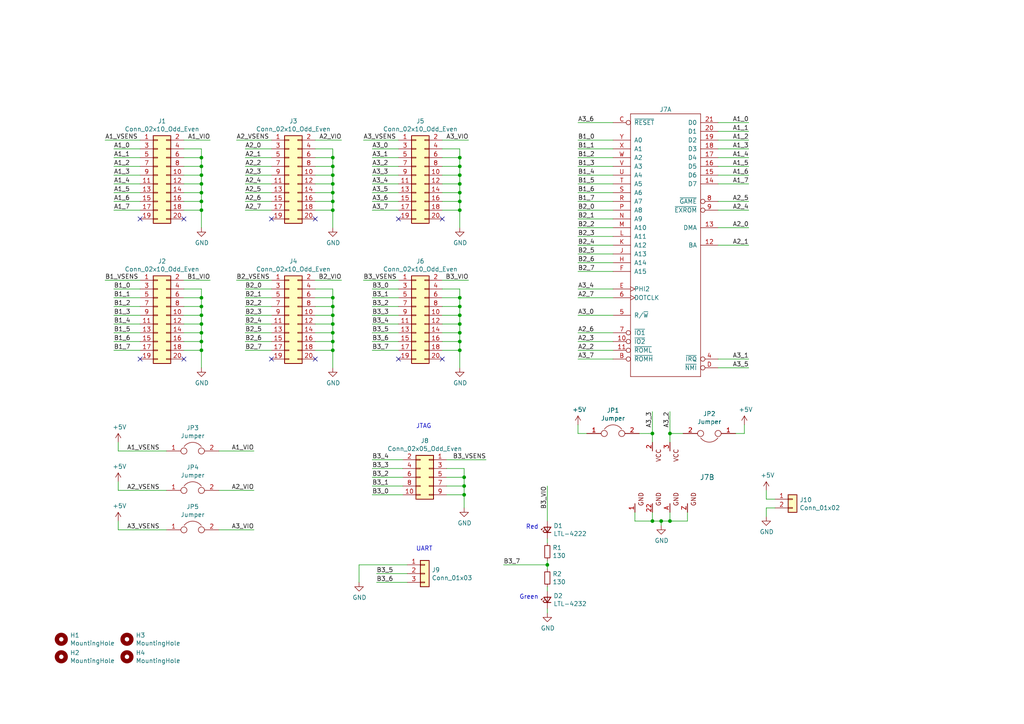
<source format=kicad_sch>
(kicad_sch (version 20211123) (generator eeschema)
  (paper "A4")
  (lib_symbols
    (symbol "CartridgeBreakout-rescue:EXPANSION_PORT_C64_EDGE-RETRO_Innovations" (pin_names (offset 1.016))
      (property "Reference" "X" (at 0 0 0))
      (symbol "EXPANSION_PORT_C64_EDGE-RETRO_Innovations_1_0"
        (polyline (pts (xy -10.16 -43.18) (xy 10.16 -43.18)))
        (polyline (pts (xy -10.16 33.02) (xy -10.16 -43.18)))
        (polyline (pts (xy 10.16 -43.18) (xy 10.16 33.02)))
        (polyline (pts (xy 10.16 33.02) (xy -10.16 33.02)))
        (pin output inverted (at -15.24 -33.02 0) (length 5.08) (name "~{IO2}") (number "10"))
        (pin output inverted (at -15.24 -35.56 0) (length 5.08) (name "~{ROML}") (number "11"))
        (pin bidirectional line (at 15.24 -5.08 180) (length 5.08) (name "BA") (number "12"))
        (pin bidirectional line (at 15.24 0 180) (length 5.08) (name "DMA") (number "13"))
        (pin bidirectional line (at 15.24 12.7 180) (length 5.08) (name "D7") (number "14"))
        (pin bidirectional line (at 15.24 15.24 180) (length 5.08) (name "D6") (number "15"))
        (pin bidirectional line (at 15.24 17.78 180) (length 5.08) (name "D5") (number "16"))
        (pin bidirectional line (at 15.24 20.32 180) (length 5.08) (name "D4") (number "17"))
        (pin bidirectional line (at 15.24 22.86 180) (length 5.08) (name "D3") (number "18"))
        (pin bidirectional line (at 15.24 25.4 180) (length 5.08) (name "D2") (number "19"))
        (pin bidirectional line (at 15.24 27.94 180) (length 5.08) (name "D1") (number "20"))
        (pin bidirectional line (at 15.24 30.48 180) (length 5.08) (name "D0") (number "21"))
        (pin open_collector inverted (at 15.24 -38.1 180) (length 5.08) (name "~{IRQ}") (number "4"))
        (pin bidirectional line (at -15.24 -25.4 0) (length 5.08) (name "R/~{W}") (number "5"))
        (pin output clock (at -15.24 -20.32 0) (length 5.08) (name "DOTCLK") (number "6"))
        (pin output inverted (at -15.24 -30.48 0) (length 5.08) (name "~{IO1}") (number "7"))
        (pin input inverted (at 15.24 7.62 180) (length 5.08) (name "~{GAME}") (number "8"))
        (pin input inverted (at 15.24 5.08 180) (length 5.08) (name "~{EXROM}") (number "9"))
        (pin output inverted (at -15.24 -38.1 0) (length 5.08) (name "~{ROMH}") (number "B"))
        (pin open_collector inverted (at -15.24 30.48 0) (length 5.08) (name "~{RESET}") (number "C"))
        (pin open_collector inverted (at 15.24 -40.64 180) (length 5.08) (name "~{NMI}") (number "D"))
        (pin output clock (at -15.24 -17.78 0) (length 5.08) (name "PHI2") (number "E"))
        (pin bidirectional line (at -15.24 -12.7 0) (length 5.08) (name "A15") (number "F"))
        (pin bidirectional line (at -15.24 -10.16 0) (length 5.08) (name "A14") (number "H"))
        (pin bidirectional line (at -15.24 -7.62 0) (length 5.08) (name "A13") (number "J"))
        (pin bidirectional line (at -15.24 -5.08 0) (length 5.08) (name "A12") (number "K"))
        (pin bidirectional line (at -15.24 -2.54 0) (length 5.08) (name "A11") (number "L"))
        (pin bidirectional line (at -15.24 0 0) (length 5.08) (name "A10") (number "M"))
        (pin bidirectional line (at -15.24 2.54 0) (length 5.08) (name "A9") (number "N"))
        (pin bidirectional line (at -15.24 5.08 0) (length 5.08) (name "A8") (number "P"))
        (pin bidirectional line (at -15.24 7.62 0) (length 5.08) (name "A7") (number "R"))
        (pin bidirectional line (at -15.24 10.16 0) (length 5.08) (name "A6") (number "S"))
        (pin bidirectional line (at -15.24 12.7 0) (length 5.08) (name "A5") (number "T"))
        (pin bidirectional line (at -15.24 15.24 0) (length 5.08) (name "A4") (number "U"))
        (pin bidirectional line (at -15.24 17.78 0) (length 5.08) (name "A3") (number "V"))
        (pin bidirectional line (at -15.24 20.32 0) (length 5.08) (name "A2") (number "W"))
        (pin bidirectional line (at -15.24 22.86 0) (length 5.08) (name "A1") (number "X"))
        (pin bidirectional line (at -15.24 25.4 0) (length 5.08) (name "A0") (number "Y"))
      )
      (symbol "EXPANSION_PORT_C64_EDGE-RETRO_Innovations_2_0"
        (text "GND" (at -5.08 -6.35 900) (effects (font (size 1.2954 1.2954)) (justify bottom)))
        (text "GND" (at 0 -6.35 900) (effects (font (size 1.2954 1.2954)) (justify bottom)))
        (text "GND" (at 5.08 -6.35 900) (effects (font (size 1.2954 1.2954)) (justify bottom)))
        (text "GND" (at 10.16 -6.35 900) (effects (font (size 1.2954 1.2954)) (justify bottom)))
        (text "VCC" (at 0 6.35 900) (effects (font (size 1.2954 1.2954)) (justify bottom)))
        (text "VCC" (at 5.08 6.35 900) (effects (font (size 1.2954 1.2954)) (justify bottom)))
        (pin power_in line (at -7.62 -10.16 90) (length 2.54) (name "GND") (number "1"))
        (pin power_in line (at -2.54 10.16 270) (length 2.54) (name "VCC") (number "2"))
        (pin power_in line (at -2.54 -10.16 90) (length 2.54) (name "GND@1") (number "22"))
        (pin power_in line (at 2.54 10.16 270) (length 2.54) (name "VCC@1") (number "3"))
        (pin power_in line (at 2.54 -10.16 90) (length 2.54) (name "GND@2") (number "A"))
        (pin power_in line (at 7.62 -10.16 90) (length 2.54) (name "GND@3") (number "Z"))
      )
    )
    (symbol "Connector_Generic:Conn_01x02" (pin_names (offset 1.016) hide)
      (property "Reference" "J" (at 0 2.54 0))
      (property "Value" "Conn_01x02" (at 0 -5.08 0))
      (symbol "Conn_01x02_1_1"
        (rectangle (start -1.27 -2.413) (end 0 -2.667) (stroke (width 0.1524)))
        (rectangle (start -1.27 0.127) (end 0 -0.127) (stroke (width 0.1524)))
        (rectangle (start -1.27 1.27) (end 1.27 -3.81) (stroke (width 0.254)) (fill (type background)))
        (pin passive line (at -5.08 0 0) (length 3.81) (name "Pin_1") (number "1"))
        (pin passive line (at -5.08 -2.54 0) (length 3.81) (name "Pin_2") (number "2"))
      )
    )
    (symbol "Connector_Generic:Conn_01x03" (pin_names (offset 1.016) hide)
      (property "Reference" "J" (at 0 5.08 0))
      (property "Value" "Conn_01x03" (at 0 -5.08 0))
      (symbol "Conn_01x03_1_1"
        (rectangle (start -1.27 -2.413) (end 0 -2.667) (stroke (width 0.1524)))
        (rectangle (start -1.27 0.127) (end 0 -0.127) (stroke (width 0.1524)))
        (rectangle (start -1.27 2.667) (end 0 2.413) (stroke (width 0.1524)))
        (rectangle (start -1.27 3.81) (end 1.27 -3.81) (stroke (width 0.254)) (fill (type background)))
        (pin passive line (at -5.08 2.54 0) (length 3.81) (name "Pin_1") (number "1"))
        (pin passive line (at -5.08 0 0) (length 3.81) (name "Pin_2") (number "2"))
        (pin passive line (at -5.08 -2.54 0) (length 3.81) (name "Pin_3") (number "3"))
      )
    )
    (symbol "Connector_Generic:Conn_02x05_Odd_Even" (pin_names (offset 1.016) hide)
      (property "Reference" "J" (at 1.27 7.62 0))
      (property "Value" "Conn_02x05_Odd_Even" (at 1.27 -7.62 0))
      (symbol "Conn_02x05_Odd_Even_1_1"
        (rectangle (start -1.27 -4.953) (end 0 -5.207) (stroke (width 0.1524)))
        (rectangle (start -1.27 -2.413) (end 0 -2.667) (stroke (width 0.1524)))
        (rectangle (start -1.27 0.127) (end 0 -0.127) (stroke (width 0.1524)))
        (rectangle (start -1.27 2.667) (end 0 2.413) (stroke (width 0.1524)))
        (rectangle (start -1.27 5.207) (end 0 4.953) (stroke (width 0.1524)))
        (rectangle (start -1.27 6.35) (end 3.81 -6.35) (stroke (width 0.254)) (fill (type background)))
        (rectangle (start 3.81 -4.953) (end 2.54 -5.207) (stroke (width 0.1524)))
        (rectangle (start 3.81 -2.413) (end 2.54 -2.667) (stroke (width 0.1524)))
        (rectangle (start 3.81 0.127) (end 2.54 -0.127) (stroke (width 0.1524)))
        (rectangle (start 3.81 2.667) (end 2.54 2.413) (stroke (width 0.1524)))
        (rectangle (start 3.81 5.207) (end 2.54 4.953) (stroke (width 0.1524)))
        (pin passive line (at -5.08 5.08 0) (length 3.81) (name "Pin_1") (number "1"))
        (pin passive line (at 7.62 -5.08 180) (length 3.81) (name "Pin_10") (number "10"))
        (pin passive line (at 7.62 5.08 180) (length 3.81) (name "Pin_2") (number "2"))
        (pin passive line (at -5.08 2.54 0) (length 3.81) (name "Pin_3") (number "3"))
        (pin passive line (at 7.62 2.54 180) (length 3.81) (name "Pin_4") (number "4"))
        (pin passive line (at -5.08 0 0) (length 3.81) (name "Pin_5") (number "5"))
        (pin passive line (at 7.62 0 180) (length 3.81) (name "Pin_6") (number "6"))
        (pin passive line (at -5.08 -2.54 0) (length 3.81) (name "Pin_7") (number "7"))
        (pin passive line (at 7.62 -2.54 180) (length 3.81) (name "Pin_8") (number "8"))
        (pin passive line (at -5.08 -5.08 0) (length 3.81) (name "Pin_9") (number "9"))
      )
    )
    (symbol "Connector_Generic:Conn_02x10_Odd_Even" (pin_names (offset 1.016) hide)
      (property "Reference" "J" (at 1.27 12.7 0))
      (property "Value" "Conn_02x10_Odd_Even" (at 1.27 -15.24 0))
      (symbol "Conn_02x10_Odd_Even_1_1"
        (rectangle (start -1.27 -12.573) (end 0 -12.827) (stroke (width 0.1524)))
        (rectangle (start -1.27 -10.033) (end 0 -10.287) (stroke (width 0.1524)))
        (rectangle (start -1.27 -7.493) (end 0 -7.747) (stroke (width 0.1524)))
        (rectangle (start -1.27 -4.953) (end 0 -5.207) (stroke (width 0.1524)))
        (rectangle (start -1.27 -2.413) (end 0 -2.667) (stroke (width 0.1524)))
        (rectangle (start -1.27 0.127) (end 0 -0.127) (stroke (width 0.1524)))
        (rectangle (start -1.27 2.667) (end 0 2.413) (stroke (width 0.1524)))
        (rectangle (start -1.27 5.207) (end 0 4.953) (stroke (width 0.1524)))
        (rectangle (start -1.27 7.747) (end 0 7.493) (stroke (width 0.1524)))
        (rectangle (start -1.27 10.287) (end 0 10.033) (stroke (width 0.1524)))
        (rectangle (start -1.27 11.43) (end 3.81 -13.97) (stroke (width 0.254)) (fill (type background)))
        (rectangle (start 3.81 -12.573) (end 2.54 -12.827) (stroke (width 0.1524)))
        (rectangle (start 3.81 -10.033) (end 2.54 -10.287) (stroke (width 0.1524)))
        (rectangle (start 3.81 -7.493) (end 2.54 -7.747) (stroke (width 0.1524)))
        (rectangle (start 3.81 -4.953) (end 2.54 -5.207) (stroke (width 0.1524)))
        (rectangle (start 3.81 -2.413) (end 2.54 -2.667) (stroke (width 0.1524)))
        (rectangle (start 3.81 0.127) (end 2.54 -0.127) (stroke (width 0.1524)))
        (rectangle (start 3.81 2.667) (end 2.54 2.413) (stroke (width 0.1524)))
        (rectangle (start 3.81 5.207) (end 2.54 4.953) (stroke (width 0.1524)))
        (rectangle (start 3.81 7.747) (end 2.54 7.493) (stroke (width 0.1524)))
        (rectangle (start 3.81 10.287) (end 2.54 10.033) (stroke (width 0.1524)))
        (pin passive line (at -5.08 10.16 0) (length 3.81) (name "Pin_1") (number "1"))
        (pin passive line (at 7.62 0 180) (length 3.81) (name "Pin_10") (number "10"))
        (pin passive line (at -5.08 -2.54 0) (length 3.81) (name "Pin_11") (number "11"))
        (pin passive line (at 7.62 -2.54 180) (length 3.81) (name "Pin_12") (number "12"))
        (pin passive line (at -5.08 -5.08 0) (length 3.81) (name "Pin_13") (number "13"))
        (pin passive line (at 7.62 -5.08 180) (length 3.81) (name "Pin_14") (number "14"))
        (pin passive line (at -5.08 -7.62 0) (length 3.81) (name "Pin_15") (number "15"))
        (pin passive line (at 7.62 -7.62 180) (length 3.81) (name "Pin_16") (number "16"))
        (pin passive line (at -5.08 -10.16 0) (length 3.81) (name "Pin_17") (number "17"))
        (pin passive line (at 7.62 -10.16 180) (length 3.81) (name "Pin_18") (number "18"))
        (pin passive line (at -5.08 -12.7 0) (length 3.81) (name "Pin_19") (number "19"))
        (pin passive line (at 7.62 10.16 180) (length 3.81) (name "Pin_2") (number "2"))
        (pin passive line (at 7.62 -12.7 180) (length 3.81) (name "Pin_20") (number "20"))
        (pin passive line (at -5.08 7.62 0) (length 3.81) (name "Pin_3") (number "3"))
        (pin passive line (at 7.62 7.62 180) (length 3.81) (name "Pin_4") (number "4"))
        (pin passive line (at -5.08 5.08 0) (length 3.81) (name "Pin_5") (number "5"))
        (pin passive line (at 7.62 5.08 180) (length 3.81) (name "Pin_6") (number "6"))
        (pin passive line (at -5.08 2.54 0) (length 3.81) (name "Pin_7") (number "7"))
        (pin passive line (at 7.62 2.54 180) (length 3.81) (name "Pin_8") (number "8"))
        (pin passive line (at -5.08 0 0) (length 3.81) (name "Pin_9") (number "9"))
      )
    )
    (symbol "Device:Jumper" (pin_names (offset 0.762) hide)
      (property "Reference" "JP" (at 0 3.81 0))
      (property "Value" "Device_Jumper" (at 0 -2.032 0))
      (symbol "Jumper_0_1"
        (circle (center -2.54 0) (radius 0.889))
        (arc (start 2.5146 1.27) (mid 0.0078 2.5097) (end -2.4892 1.27))
        (circle (center 2.54 0) (radius 0.889))
        (pin passive line (at -7.62 0 0) (length 4.191) (name "1") (number "1"))
        (pin passive line (at 7.62 0 180) (length 4.191) (name "2") (number "2"))
      )
    )
    (symbol "Device:LED_Small" (pin_numbers hide) (pin_names (offset 0.254) hide)
      (property "Reference" "D" (at -1.27 3.175 0))
      (property "Value" "LED_Small" (at -4.445 -2.54 0))
      (symbol "LED_Small_0_1"
        (polyline (pts (xy -0.762 -1.016) (xy -0.762 1.016)) (stroke (width 0.254)))
        (polyline (pts (xy 1.016 0) (xy -0.762 0)))
        (polyline (pts (xy 0.762 -1.016) (xy -0.762 0) (xy 0.762 1.016) (xy 0.762 -1.016)) (stroke (width 0.254)))
        (polyline (pts (xy 0 0.762) (xy -0.508 1.27) (xy -0.254 1.27) (xy -0.508 1.27) (xy -0.508 1.016)))
        (polyline (pts (xy 0.508 1.27) (xy 0 1.778) (xy 0.254 1.778) (xy 0 1.778) (xy 0 1.524)))
      )
      (symbol "LED_Small_1_1"
        (pin passive line (at -2.54 0 0) (length 1.778) (name "K") (number "1"))
        (pin passive line (at 2.54 0 180) (length 1.778) (name "A") (number "2"))
      )
    )
    (symbol "Device:R_Small" (pin_numbers hide) (pin_names (offset 0.254) hide)
      (property "Reference" "R" (at 0.762 0.508 0))
      (property "Value" "R_Small" (at 0.762 -1.016 0))
      (symbol "R_Small_0_1"
        (rectangle (start -0.762 1.778) (end 0.762 -1.778) (stroke (width 0.2032)))
      )
      (symbol "R_Small_1_1"
        (pin passive line (at 0 2.54 270) (length 0.762) (name "~") (number "1"))
        (pin passive line (at 0 -2.54 90) (length 0.762) (name "~") (number "2"))
      )
    )
    (symbol "Mechanical:MountingHole" (pin_names (offset 1.016))
      (property "Reference" "H" (at 0 5.08 0))
      (property "Value" "MountingHole" (at 0 3.175 0))
      (symbol "MountingHole_0_1"
        (circle (center 0 0) (radius 1.27) (stroke (width 1.27)))
      )
    )
    (symbol "power:+5V" (power) (pin_names (offset 0))
      (property "Value" "+5V" (at 0 3.556 0))
      (symbol "+5V_0_1"
        (polyline (pts (xy -0.762 1.27) (xy 0 2.54)))
        (polyline (pts (xy 0 0) (xy 0 2.54)))
        (polyline (pts (xy 0 2.54) (xy 0.762 1.27)))
      )
      (symbol "+5V_1_1"
        (pin power_in line (at 0 0 90) (length 0) hide (name "+5V") (number "1"))
      )
    )
    (symbol "power:GND" (power) (pin_names (offset 0))
      (property "Value" "GND" (at 0 -3.81 0))
      (symbol "GND_0_1"
        (polyline (pts (xy 0 0) (xy 0 -1.27) (xy 1.27 -1.27) (xy 0 -2.54) (xy -1.27 -1.27) (xy 0 -1.27)))
      )
      (symbol "GND_1_1"
        (pin power_in line (at 0 0 270) (length 0) hide (name "GND") (number "1"))
      )
    )
  )
  (junction (at 134.62 138.43))
  (junction (at 58.42 91.44))
  (junction (at 133.35 93.98))
  (junction (at 58.42 88.9))
  (junction (at 194.31 151.13))
  (junction (at 96.52 50.8))
  (junction (at 133.35 86.36))
  (junction (at 58.42 45.72))
  (junction (at 133.35 53.34))
  (junction (at 58.42 55.88))
  (junction (at 96.52 96.52))
  (junction (at 58.42 99.06))
  (junction (at 191.77 151.13))
  (junction (at 58.42 48.26))
  (junction (at 96.52 58.42))
  (junction (at 133.35 48.26))
  (junction (at 58.42 50.8))
  (junction (at 96.52 45.72))
  (junction (at 133.35 50.8))
  (junction (at 133.35 45.72))
  (junction (at 133.35 60.96))
  (junction (at 133.35 101.6))
  (junction (at 133.35 55.88))
  (junction (at 58.42 53.34))
  (junction (at 134.62 143.51))
  (junction (at 96.52 99.06))
  (junction (at 133.35 88.9))
  (junction (at 96.52 53.34))
  (junction (at 158.75 163.83))
  (junction (at 96.52 86.36))
  (junction (at 133.35 96.52))
  (junction (at 96.52 101.6))
  (junction (at 134.62 140.97))
  (junction (at 58.42 93.98))
  (junction (at 58.42 60.96))
  (junction (at 194.31 125.73))
  (junction (at 189.23 125.73))
  (junction (at 133.35 99.06))
  (junction (at 189.23 151.13))
  (junction (at 96.52 48.26))
  (junction (at 58.42 96.52))
  (junction (at 96.52 60.96))
  (junction (at 133.35 58.42))
  (junction (at 96.52 55.88))
  (junction (at 58.42 58.42))
  (junction (at 58.42 101.6))
  (junction (at 96.52 88.9))
  (junction (at 58.42 86.36))
  (junction (at 96.52 93.98))
  (junction (at 96.52 91.44))
  (junction (at 133.35 91.44))
  (no_connect (at 53.34 63.5))
  (no_connect (at 128.27 104.14))
  (no_connect (at 78.74 104.14))
  (no_connect (at 115.57 63.5))
  (no_connect (at 91.44 104.14))
  (no_connect (at 128.27 63.5))
  (no_connect (at 40.64 104.14))
  (no_connect (at 115.57 104.14))
  (no_connect (at 40.64 63.5))
  (no_connect (at 53.34 104.14))
  (no_connect (at 78.74 63.5))
  (no_connect (at 91.44 63.5))
  (wire (pts (xy 58.42 45.72) (xy 58.42 48.26)))
  (wire (pts (xy 177.8 45.72) (xy 167.64 45.72)))
  (wire (pts (xy 40.64 81.28) (xy 30.48 81.28)))
  (wire (pts (xy 208.28 66.04) (xy 217.17 66.04)))
  (wire (pts (xy 115.57 96.52) (xy 107.95 96.52)))
  (wire (pts (xy 58.42 93.98) (xy 58.42 96.52)))
  (wire (pts (xy 129.54 135.89) (xy 134.62 135.89)))
  (wire (pts (xy 191.77 151.13) (xy 194.31 151.13)))
  (wire (pts (xy 115.57 53.34) (xy 107.95 53.34)))
  (wire (pts (xy 208.28 35.56) (xy 217.17 35.56)))
  (wire (pts (xy 53.34 48.26) (xy 58.42 48.26)))
  (wire (pts (xy 208.28 71.12) (xy 217.17 71.12)))
  (wire (pts (xy 128.27 88.9) (xy 133.35 88.9)))
  (wire (pts (xy 116.84 135.89) (xy 107.95 135.89)))
  (wire (pts (xy 128.27 99.06) (xy 133.35 99.06)))
  (wire (pts (xy 58.42 60.96) (xy 58.42 66.04)))
  (wire (pts (xy 129.54 143.51) (xy 134.62 143.51)))
  (wire (pts (xy 34.29 139.7) (xy 34.29 142.24)))
  (wire (pts (xy 96.52 101.6) (xy 96.52 106.68)))
  (wire (pts (xy 185.42 125.73) (xy 189.23 125.73)))
  (wire (pts (xy 116.84 138.43) (xy 107.95 138.43)))
  (wire (pts (xy 91.44 50.8) (xy 96.52 50.8)))
  (wire (pts (xy 177.8 53.34) (xy 167.64 53.34)))
  (wire (pts (xy 96.52 93.98) (xy 96.52 96.52)))
  (wire (pts (xy 91.44 58.42) (xy 96.52 58.42)))
  (wire (pts (xy 133.35 101.6) (xy 133.35 106.68)))
  (wire (pts (xy 104.14 163.83) (xy 104.14 168.91)))
  (wire (pts (xy 128.27 93.98) (xy 133.35 93.98)))
  (wire (pts (xy 134.62 135.89) (xy 134.62 138.43)))
  (wire (pts (xy 53.34 101.6) (xy 58.42 101.6)))
  (wire (pts (xy 53.34 91.44) (xy 58.42 91.44)))
  (wire (pts (xy 177.8 55.88) (xy 167.64 55.88)))
  (wire (pts (xy 96.52 86.36) (xy 96.52 88.9)))
  (wire (pts (xy 128.27 48.26) (xy 133.35 48.26)))
  (wire (pts (xy 96.52 50.8) (xy 96.52 53.34)))
  (wire (pts (xy 133.35 58.42) (xy 133.35 60.96)))
  (wire (pts (xy 133.35 53.34) (xy 133.35 55.88)))
  (wire (pts (xy 158.75 163.83) (xy 146.05 163.83)))
  (wire (pts (xy 58.42 83.82) (xy 58.42 86.36)))
  (wire (pts (xy 128.27 43.18) (xy 133.35 43.18)))
  (wire (pts (xy 208.28 45.72) (xy 217.17 45.72)))
  (wire (pts (xy 78.74 43.18) (xy 71.12 43.18)))
  (wire (pts (xy 134.62 140.97) (xy 134.62 143.51)))
  (wire (pts (xy 78.74 91.44) (xy 71.12 91.44)))
  (wire (pts (xy 115.57 55.88) (xy 107.95 55.88)))
  (wire (pts (xy 194.31 148.59) (xy 194.31 151.13)))
  (wire (pts (xy 78.74 101.6) (xy 71.12 101.6)))
  (wire (pts (xy 58.42 53.34) (xy 58.42 55.88)))
  (wire (pts (xy 96.52 58.42) (xy 96.52 60.96)))
  (wire (pts (xy 115.57 40.64) (xy 105.41 40.64)))
  (wire (pts (xy 40.64 60.96) (xy 33.02 60.96)))
  (wire (pts (xy 133.35 93.98) (xy 133.35 96.52)))
  (wire (pts (xy 208.28 58.42) (xy 217.17 58.42)))
  (wire (pts (xy 177.8 96.52) (xy 167.64 96.52)))
  (wire (pts (xy 58.42 91.44) (xy 58.42 93.98)))
  (wire (pts (xy 177.8 101.6) (xy 167.64 101.6)))
  (wire (pts (xy 78.74 53.34) (xy 71.12 53.34)))
  (wire (pts (xy 177.8 40.64) (xy 167.64 40.64)))
  (wire (pts (xy 177.8 50.8) (xy 167.64 50.8)))
  (wire (pts (xy 53.34 43.18) (xy 58.42 43.18)))
  (wire (pts (xy 34.29 128.27) (xy 34.29 130.81)))
  (wire (pts (xy 78.74 99.06) (xy 71.12 99.06)))
  (wire (pts (xy 133.35 55.88) (xy 133.35 58.42)))
  (wire (pts (xy 158.75 151.13) (xy 158.75 140.97)))
  (wire (pts (xy 158.75 170.18) (xy 158.75 171.45)))
  (wire (pts (xy 133.35 88.9) (xy 133.35 91.44)))
  (wire (pts (xy 158.75 176.53) (xy 158.75 177.8)))
  (wire (pts (xy 115.57 50.8) (xy 107.95 50.8)))
  (wire (pts (xy 177.8 58.42) (xy 167.64 58.42)))
  (wire (pts (xy 53.34 81.28) (xy 60.96 81.28)))
  (wire (pts (xy 115.57 58.42) (xy 107.95 58.42)))
  (wire (pts (xy 128.27 50.8) (xy 133.35 50.8)))
  (wire (pts (xy 115.57 43.18) (xy 107.95 43.18)))
  (wire (pts (xy 91.44 96.52) (xy 96.52 96.52)))
  (wire (pts (xy 96.52 55.88) (xy 96.52 58.42)))
  (wire (pts (xy 222.25 149.86) (xy 222.25 147.32)))
  (wire (pts (xy 96.52 45.72) (xy 96.52 48.26)))
  (wire (pts (xy 134.62 138.43) (xy 134.62 140.97)))
  (wire (pts (xy 63.5 130.81) (xy 73.66 130.81)))
  (wire (pts (xy 40.64 58.42) (xy 33.02 58.42)))
  (wire (pts (xy 116.84 143.51) (xy 107.95 143.51)))
  (wire (pts (xy 118.11 163.83) (xy 104.14 163.83)))
  (wire (pts (xy 53.34 93.98) (xy 58.42 93.98)))
  (wire (pts (xy 40.64 53.34) (xy 33.02 53.34)))
  (wire (pts (xy 53.34 55.88) (xy 58.42 55.88)))
  (wire (pts (xy 53.34 40.64) (xy 60.96 40.64)))
  (wire (pts (xy 91.44 83.82) (xy 96.52 83.82)))
  (wire (pts (xy 78.74 55.88) (xy 71.12 55.88)))
  (wire (pts (xy 78.74 40.64) (xy 68.58 40.64)))
  (wire (pts (xy 40.64 83.82) (xy 33.02 83.82)))
  (wire (pts (xy 115.57 48.26) (xy 107.95 48.26)))
  (wire (pts (xy 167.64 125.73) (xy 170.18 125.73)))
  (wire (pts (xy 91.44 55.88) (xy 96.52 55.88)))
  (wire (pts (xy 78.74 45.72) (xy 71.12 45.72)))
  (wire (pts (xy 40.64 93.98) (xy 33.02 93.98)))
  (wire (pts (xy 177.8 71.12) (xy 167.64 71.12)))
  (wire (pts (xy 128.27 55.88) (xy 133.35 55.88)))
  (wire (pts (xy 177.8 68.58) (xy 167.64 68.58)))
  (wire (pts (xy 208.28 40.64) (xy 217.17 40.64)))
  (wire (pts (xy 78.74 96.52) (xy 71.12 96.52)))
  (wire (pts (xy 34.29 151.13) (xy 34.29 153.67)))
  (wire (pts (xy 133.35 86.36) (xy 133.35 88.9)))
  (wire (pts (xy 40.64 99.06) (xy 33.02 99.06)))
  (wire (pts (xy 177.8 43.18) (xy 167.64 43.18)))
  (wire (pts (xy 177.8 78.74) (xy 167.64 78.74)))
  (wire (pts (xy 199.39 151.13) (xy 194.31 151.13)))
  (wire (pts (xy 128.27 60.96) (xy 133.35 60.96)))
  (wire (pts (xy 34.29 153.67) (xy 48.26 153.67)))
  (wire (pts (xy 189.23 128.27) (xy 189.23 125.73)))
  (wire (pts (xy 91.44 43.18) (xy 96.52 43.18)))
  (wire (pts (xy 129.54 140.97) (xy 134.62 140.97)))
  (wire (pts (xy 189.23 151.13) (xy 191.77 151.13)))
  (wire (pts (xy 115.57 86.36) (xy 107.95 86.36)))
  (wire (pts (xy 53.34 50.8) (xy 58.42 50.8)))
  (wire (pts (xy 96.52 48.26) (xy 96.52 50.8)))
  (wire (pts (xy 116.84 140.97) (xy 107.95 140.97)))
  (wire (pts (xy 78.74 83.82) (xy 71.12 83.82)))
  (wire (pts (xy 58.42 50.8) (xy 58.42 53.34)))
  (wire (pts (xy 96.52 83.82) (xy 96.52 86.36)))
  (wire (pts (xy 53.34 58.42) (xy 58.42 58.42)))
  (wire (pts (xy 91.44 91.44) (xy 96.52 91.44)))
  (wire (pts (xy 128.27 58.42) (xy 133.35 58.42)))
  (wire (pts (xy 96.52 91.44) (xy 96.52 93.98)))
  (wire (pts (xy 53.34 86.36) (xy 58.42 86.36)))
  (wire (pts (xy 118.11 168.91) (xy 109.22 168.91)))
  (wire (pts (xy 53.34 53.34) (xy 58.42 53.34)))
  (wire (pts (xy 91.44 45.72) (xy 96.52 45.72)))
  (wire (pts (xy 158.75 156.21) (xy 158.75 157.48)))
  (wire (pts (xy 177.8 104.14) (xy 167.64 104.14)))
  (wire (pts (xy 128.27 91.44) (xy 133.35 91.44)))
  (wire (pts (xy 53.34 99.06) (xy 58.42 99.06)))
  (wire (pts (xy 40.64 40.64) (xy 30.48 40.64)))
  (wire (pts (xy 78.74 93.98) (xy 71.12 93.98)))
  (wire (pts (xy 78.74 58.42) (xy 71.12 58.42)))
  (wire (pts (xy 177.8 60.96) (xy 167.64 60.96)))
  (wire (pts (xy 191.77 152.4) (xy 191.77 151.13)))
  (wire (pts (xy 40.64 91.44) (xy 33.02 91.44)))
  (wire (pts (xy 177.8 63.5) (xy 167.64 63.5)))
  (wire (pts (xy 78.74 88.9) (xy 71.12 88.9)))
  (wire (pts (xy 133.35 45.72) (xy 133.35 48.26)))
  (wire (pts (xy 129.54 133.35) (xy 140.97 133.35)))
  (wire (pts (xy 222.25 144.78) (xy 222.25 142.24)))
  (wire (pts (xy 213.36 125.73) (xy 215.9 125.73)))
  (wire (pts (xy 53.34 60.96) (xy 58.42 60.96)))
  (wire (pts (xy 91.44 40.64) (xy 99.06 40.64)))
  (wire (pts (xy 177.8 76.2) (xy 167.64 76.2)))
  (wire (pts (xy 40.64 45.72) (xy 33.02 45.72)))
  (wire (pts (xy 91.44 93.98) (xy 96.52 93.98)))
  (wire (pts (xy 115.57 60.96) (xy 107.95 60.96)))
  (wire (pts (xy 40.64 50.8) (xy 33.02 50.8)))
  (wire (pts (xy 194.31 128.27) (xy 194.31 125.73)))
  (wire (pts (xy 40.64 88.9) (xy 33.02 88.9)))
  (wire (pts (xy 194.31 125.73) (xy 194.31 119.38)))
  (wire (pts (xy 53.34 88.9) (xy 58.42 88.9)))
  (wire (pts (xy 133.35 48.26) (xy 133.35 50.8)))
  (wire (pts (xy 128.27 101.6) (xy 133.35 101.6)))
  (wire (pts (xy 96.52 88.9) (xy 96.52 91.44)))
  (wire (pts (xy 177.8 86.36) (xy 167.64 86.36)))
  (wire (pts (xy 107.95 133.35) (xy 116.84 133.35)))
  (wire (pts (xy 91.44 101.6) (xy 96.52 101.6)))
  (wire (pts (xy 118.11 166.37) (xy 109.22 166.37)))
  (wire (pts (xy 91.44 86.36) (xy 96.52 86.36)))
  (wire (pts (xy 208.28 48.26) (xy 217.17 48.26)))
  (wire (pts (xy 129.54 138.43) (xy 134.62 138.43)))
  (wire (pts (xy 184.15 151.13) (xy 189.23 151.13)))
  (wire (pts (xy 189.23 125.73) (xy 189.23 119.38)))
  (wire (pts (xy 222.25 144.78) (xy 224.79 144.78)))
  (wire (pts (xy 115.57 83.82) (xy 107.95 83.82)))
  (wire (pts (xy 78.74 48.26) (xy 71.12 48.26)))
  (wire (pts (xy 128.27 81.28) (xy 135.89 81.28)))
  (wire (pts (xy 58.42 55.88) (xy 58.42 58.42)))
  (wire (pts (xy 184.15 148.59) (xy 184.15 151.13)))
  (wire (pts (xy 115.57 93.98) (xy 107.95 93.98)))
  (wire (pts (xy 40.64 55.88) (xy 33.02 55.88)))
  (wire (pts (xy 40.64 86.36) (xy 33.02 86.36)))
  (wire (pts (xy 115.57 101.6) (xy 107.95 101.6)))
  (wire (pts (xy 177.8 99.06) (xy 167.64 99.06)))
  (wire (pts (xy 91.44 53.34) (xy 96.52 53.34)))
  (wire (pts (xy 58.42 43.18) (xy 58.42 45.72)))
  (wire (pts (xy 58.42 58.42) (xy 58.42 60.96)))
  (wire (pts (xy 40.64 48.26) (xy 33.02 48.26)))
  (wire (pts (xy 115.57 99.06) (xy 107.95 99.06)))
  (wire (pts (xy 96.52 96.52) (xy 96.52 99.06)))
  (wire (pts (xy 128.27 53.34) (xy 133.35 53.34)))
  (wire (pts (xy 177.8 35.56) (xy 167.64 35.56)))
  (wire (pts (xy 158.75 163.83) (xy 158.75 165.1)))
  (wire (pts (xy 133.35 43.18) (xy 133.35 45.72)))
  (wire (pts (xy 58.42 101.6) (xy 58.42 106.68)))
  (wire (pts (xy 58.42 86.36) (xy 58.42 88.9)))
  (wire (pts (xy 208.28 53.34) (xy 217.17 53.34)))
  (wire (pts (xy 96.52 99.06) (xy 96.52 101.6)))
  (wire (pts (xy 115.57 88.9) (xy 107.95 88.9)))
  (wire (pts (xy 208.28 50.8) (xy 217.17 50.8)))
  (wire (pts (xy 91.44 48.26) (xy 96.52 48.26)))
  (wire (pts (xy 91.44 99.06) (xy 96.52 99.06)))
  (wire (pts (xy 53.34 83.82) (xy 58.42 83.82)))
  (wire (pts (xy 53.34 96.52) (xy 58.42 96.52)))
  (wire (pts (xy 194.31 125.73) (xy 198.12 125.73)))
  (wire (pts (xy 91.44 81.28) (xy 99.06 81.28)))
  (wire (pts (xy 115.57 81.28) (xy 105.41 81.28)))
  (wire (pts (xy 133.35 50.8) (xy 133.35 53.34)))
  (wire (pts (xy 58.42 48.26) (xy 58.42 50.8)))
  (wire (pts (xy 91.44 60.96) (xy 96.52 60.96)))
  (wire (pts (xy 215.9 125.73) (xy 215.9 123.19)))
  (wire (pts (xy 128.27 40.64) (xy 135.89 40.64)))
  (wire (pts (xy 78.74 50.8) (xy 71.12 50.8)))
  (wire (pts (xy 167.64 123.19) (xy 167.64 125.73)))
  (wire (pts (xy 208.28 104.14) (xy 217.17 104.14)))
  (wire (pts (xy 115.57 45.72) (xy 107.95 45.72)))
  (wire (pts (xy 58.42 96.52) (xy 58.42 99.06)))
  (wire (pts (xy 40.64 96.52) (xy 33.02 96.52)))
  (wire (pts (xy 177.8 66.04) (xy 167.64 66.04)))
  (wire (pts (xy 78.74 86.36) (xy 71.12 86.36)))
  (wire (pts (xy 208.28 60.96) (xy 217.17 60.96)))
  (wire (pts (xy 34.29 130.81) (xy 48.26 130.81)))
  (wire (pts (xy 134.62 143.51) (xy 134.62 147.32)))
  (wire (pts (xy 40.64 101.6) (xy 33.02 101.6)))
  (wire (pts (xy 222.25 147.32) (xy 224.79 147.32)))
  (wire (pts (xy 91.44 88.9) (xy 96.52 88.9)))
  (wire (pts (xy 158.75 162.56) (xy 158.75 163.83)))
  (wire (pts (xy 177.8 91.44) (xy 167.64 91.44)))
  (wire (pts (xy 58.42 99.06) (xy 58.42 101.6)))
  (wire (pts (xy 208.28 106.68) (xy 217.17 106.68)))
  (wire (pts (xy 128.27 45.72) (xy 133.35 45.72)))
  (wire (pts (xy 96.52 53.34) (xy 96.52 55.88)))
  (wire (pts (xy 78.74 60.96) (xy 71.12 60.96)))
  (wire (pts (xy 128.27 83.82) (xy 133.35 83.82)))
  (wire (pts (xy 133.35 99.06) (xy 133.35 101.6)))
  (wire (pts (xy 128.27 96.52) (xy 133.35 96.52)))
  (wire (pts (xy 128.27 86.36) (xy 133.35 86.36)))
  (wire (pts (xy 133.35 96.52) (xy 133.35 99.06)))
  (wire (pts (xy 96.52 43.18) (xy 96.52 45.72)))
  (wire (pts (xy 189.23 148.59) (xy 189.23 151.13)))
  (wire (pts (xy 34.29 142.24) (xy 48.26 142.24)))
  (wire (pts (xy 177.8 73.66) (xy 167.64 73.66)))
  (wire (pts (xy 63.5 153.67) (xy 73.66 153.67)))
  (wire (pts (xy 78.74 81.28) (xy 68.58 81.28)))
  (wire (pts (xy 133.35 60.96) (xy 133.35 66.04)))
  (wire (pts (xy 40.64 43.18) (xy 33.02 43.18)))
  (wire (pts (xy 96.52 60.96) (xy 96.52 66.04)))
  (wire (pts (xy 53.34 45.72) (xy 58.42 45.72)))
  (wire (pts (xy 208.28 38.1) (xy 217.17 38.1)))
  (wire (pts (xy 133.35 91.44) (xy 133.35 93.98)))
  (wire (pts (xy 63.5 142.24) (xy 73.66 142.24)))
  (wire (pts (xy 115.57 91.44) (xy 107.95 91.44)))
  (wire (pts (xy 208.28 43.18) (xy 217.17 43.18)))
  (wire (pts (xy 177.8 83.82) (xy 167.64 83.82)))
  (wire (pts (xy 133.35 83.82) (xy 133.35 86.36)))
  (wire (pts (xy 177.8 48.26) (xy 167.64 48.26)))
  (wire (pts (xy 199.39 148.59) (xy 199.39 151.13)))
  (wire (pts (xy 58.42 88.9) (xy 58.42 91.44)))
  (text "Green" (at 156.21 173.99 180) (effects (font (size 1.27 1.27)) (justify right bottom)))
  (text "Red" (at 156.21 153.67 180) (effects (font (size 1.27 1.27)) (justify right bottom)))
  (text "UART" (at 120.65 160.02 0) (effects (font (size 1.27 1.27)) (justify left bottom)))
  (text "JTAG" (at 120.65 124.46 0) (effects (font (size 1.27 1.27)) (justify left bottom)))
  (label "A3_VIO" (at 135.89 40.64 180))
  (label "A2_0" (at 217.17 66.04 180))
  (label "A1_2" (at 33.02 48.26 0))
  (label "A2_0" (at 71.12 43.18 0))
  (label "B1_2" (at 33.02 88.9 0))
  (label "B1_4" (at 167.64 50.8 0))
  (label "A2_VIO" (at 99.06 40.64 180))
  (label "B3_2" (at 107.95 88.9 0))
  (label "B2_4" (at 71.12 93.98 0))
  (label "A2_5" (at 71.12 55.88 0))
  (label "B2_3" (at 71.12 91.44 0))
  (label "B3_7" (at 107.95 101.6 0))
  (label "B3_1" (at 107.95 86.36 0))
  (label "B1_5" (at 167.64 53.34 0))
  (label "A2_4" (at 71.12 53.34 0))
  (label "B1_VSENS" (at 30.48 81.28 0))
  (label "B2_2" (at 167.64 66.04 0))
  (label "B1_2" (at 167.64 45.72 0))
  (label "B3_VSENS" (at 105.41 81.28 0))
  (label "A1_4" (at 33.02 53.34 0))
  (label "B2_7" (at 167.64 78.74 0))
  (label "A1_0" (at 217.17 35.56 180))
  (label "A2_1" (at 71.12 45.72 0))
  (label "A1_7" (at 217.17 53.34 180))
  (label "A1_7" (at 33.02 60.96 0))
  (label "B3_7" (at 146.05 163.83 0))
  (label "B2_6" (at 71.12 99.06 0))
  (label "A3_VIO" (at 73.66 153.67 180))
  (label "B3_2" (at 107.95 138.43 0))
  (label "A2_6" (at 71.12 58.42 0))
  (label "B2_5" (at 167.64 73.66 0))
  (label "B3_VSENS" (at 140.97 133.35 180))
  (label "A3_7" (at 107.95 60.96 0))
  (label "B2_2" (at 71.12 88.9 0))
  (label "A1_6" (at 33.02 58.42 0))
  (label "A3_6" (at 167.64 35.56 0))
  (label "A1_VSENS" (at 30.48 40.64 0))
  (label "B3_0" (at 107.95 83.82 0))
  (label "B1_7" (at 167.64 58.42 0))
  (label "B1_0" (at 167.64 40.64 0))
  (label "A2_VSENS" (at 68.58 40.64 0))
  (label "B1_3" (at 33.02 91.44 0))
  (label "B3_VIO" (at 135.89 81.28 180))
  (label "A3_VSENS" (at 36.83 153.67 0))
  (label "B3_VIO" (at 158.75 140.97 270))
  (label "B2_1" (at 167.64 63.5 0))
  (label "B1_1" (at 33.02 86.36 0))
  (label "A2_5" (at 217.17 58.42 180))
  (label "B2_0" (at 71.12 83.82 0))
  (label "A2_6" (at 167.64 96.52 0))
  (label "B1_4" (at 33.02 93.98 0))
  (label "B3_5" (at 109.22 166.37 0))
  (label "A1_5" (at 33.02 55.88 0))
  (label "B1_0" (at 33.02 83.82 0))
  (label "A1_VIO" (at 60.96 40.64 180))
  (label "A3_0" (at 167.64 91.44 0))
  (label "A2_3" (at 167.64 99.06 0))
  (label "A2_1" (at 217.17 71.12 180))
  (label "B2_4" (at 167.64 71.12 0))
  (label "B3_5" (at 107.95 96.52 0))
  (label "A2_7" (at 71.12 60.96 0))
  (label "B1_7" (at 33.02 101.6 0))
  (label "A3_6" (at 107.95 58.42 0))
  (label "A1_3" (at 217.17 43.18 180))
  (label "A1_2" (at 217.17 40.64 180))
  (label "A3_0" (at 107.95 43.18 0))
  (label "B2_0" (at 167.64 60.96 0))
  (label "A1_0" (at 33.02 43.18 0))
  (label "A3_VSENS" (at 105.41 40.64 0))
  (label "A3_7" (at 167.64 104.14 0))
  (label "A3_2" (at 194.31 119.38 270))
  (label "A1_VSENS" (at 36.83 130.81 0))
  (label "B2_3" (at 167.64 68.58 0))
  (label "B1_VIO" (at 60.96 81.28 180))
  (label "A2_2" (at 71.12 48.26 0))
  (label "A3_1" (at 217.17 104.14 180))
  (label "A1_6" (at 217.17 50.8 180))
  (label "B1_3" (at 167.64 48.26 0))
  (label "B2_5" (at 71.12 96.52 0))
  (label "A3_1" (at 107.95 45.72 0))
  (label "A3_3" (at 189.23 119.38 270))
  (label "B3_4" (at 107.95 133.35 0))
  (label "B2_6" (at 167.64 76.2 0))
  (label "A1_1" (at 33.02 45.72 0))
  (label "A2_7" (at 167.64 86.36 0))
  (label "A2_VSENS" (at 36.83 142.24 0))
  (label "A1_3" (at 33.02 50.8 0))
  (label "A3_5" (at 107.95 55.88 0))
  (label "A3_4" (at 107.95 53.34 0))
  (label "A1_5" (at 217.17 48.26 180))
  (label "B1_1" (at 167.64 43.18 0))
  (label "B1_6" (at 33.02 99.06 0))
  (label "B3_3" (at 107.95 135.89 0))
  (label "A1_VIO" (at 73.66 130.81 180))
  (label "A3_5" (at 217.17 106.68 180))
  (label "B2_VSENS" (at 68.58 81.28 0))
  (label "B2_7" (at 71.12 101.6 0))
  (label "A3_4" (at 167.64 83.82 0))
  (label "B3_6" (at 107.95 99.06 0))
  (label "A2_VIO" (at 73.66 142.24 180))
  (label "B1_6" (at 167.64 55.88 0))
  (label "B2_VIO" (at 99.06 81.28 180))
  (label "B3_0" (at 107.95 143.51 0))
  (label "B3_3" (at 107.95 91.44 0))
  (label "B3_4" (at 107.95 93.98 0))
  (label "B1_5" (at 33.02 96.52 0))
  (label "A2_4" (at 217.17 60.96 180))
  (label "A3_2" (at 107.95 48.26 0))
  (label "B3_1" (at 107.95 140.97 0))
  (label "A2_2" (at 167.64 101.6 0))
  (label "A2_3" (at 71.12 50.8 0))
  (label "A3_3" (at 107.95 50.8 0))
  (label "A1_4" (at 217.17 45.72 180))
  (label "B3_6" (at 109.22 168.91 0))
  (label "B2_1" (at 71.12 86.36 0))
  (label "A1_1" (at 217.17 38.1 180))
  (symbol (lib_id "CartridgeBreakout-rescue:EXPANSION_PORT_C64_EDGE-RETRO_Innovations") (at 193.04 66.04 0) (unit 1)
    (property "Reference" "J7" (at 193.04 31.75 0))
    (property "Value" "EXPANSION_PORT_C64_EDGE" (effects hide))
    (property "Footprint" "TE:TE_5530843-4" (effects hide))
    (property "Manuf" "TE Connectivity" (effects hide))
    (property "Manuf SKU" "5530843-4" (effects hide))
    (property "Mouser SKU" "571-5530843-4" (effects hide))
  )
  (symbol (lib_id "CartridgeBreakout-rescue:EXPANSION_PORT_C64_EDGE-RETRO_Innovations") (at 191.77 138.43 0) (unit 2)
    (property "Reference" "J7" (at 202.946 138.43 0) (effects (font (size 1.4986 1.4986)) (justify left)))
    (property "Value" "EXPANSION_PORT_C64_EDGE" (effects hide))
    (property "Footprint" "TE:TE_5530843-4" (effects hide))
    (property "Manuf" "TE Connectivity" (effects hide))
    (property "Manuf SKU" "5530843-4" (effects hide))
    (property "Mouser SKU" "571-5530843-4" (effects hide))
  )
  (symbol (lib_id "Connector_Generic:Conn_02x10_Odd_Even") (at 45.72 50.8 0) (unit 1)
    (property "Reference" "J1" (at 46.99 35.1282 0))
    (property "Value" "Conn_02x10_Odd_Even" (at 46.99 37.4396 0))
    (property "Footprint" "Connector_IDC:IDC-Header_2x10_P2.54mm_Vertical" (effects hide))
    (property "Manuf" "Molex" (effects hide))
    (property "Manuf SKU" "87834-2019" (effects hide))
    (property "Mouser SKU" "538-87834-2019" (effects hide))
  )
  (symbol (lib_id "power:GND") (at 58.42 66.04 0) (unit 1)
    (property "Reference" "#PWR0101" (effects hide))
    (property "Value" "GND" (at 58.547 70.4342 0))
  )
  (symbol (lib_id "Connector_Generic:Conn_02x10_Odd_Even") (at 45.72 91.44 0) (unit 1)
    (property "Reference" "J2" (at 46.99 75.7682 0))
    (property "Value" "Conn_02x10_Odd_Even" (at 46.99 78.0796 0))
    (property "Footprint" "Connector_IDC:IDC-Header_2x10_P2.54mm_Vertical" (effects hide))
    (property "Manuf" "Molex" (effects hide))
    (property "Manuf SKU" "87834-2019" (effects hide))
    (property "Mouser SKU" "538-87834-2019" (effects hide))
  )
  (symbol (lib_id "power:GND") (at 58.42 106.68 0) (unit 1)
    (property "Reference" "#PWR01" (effects hide))
    (property "Value" "GND" (at 58.547 111.0742 0))
  )
  (symbol (lib_id "Connector_Generic:Conn_02x10_Odd_Even") (at 83.82 50.8 0) (unit 1)
    (property "Reference" "J3" (at 85.09 35.1282 0))
    (property "Value" "Conn_02x10_Odd_Even" (at 85.09 37.4396 0))
    (property "Footprint" "Connector_IDC:IDC-Header_2x10_P2.54mm_Vertical" (effects hide))
    (property "Manuf" "Molex" (effects hide))
    (property "Manuf SKU" "87834-2019" (effects hide))
    (property "Mouser SKU" "538-87834-2019" (effects hide))
  )
  (symbol (lib_id "power:GND") (at 96.52 66.04 0) (unit 1)
    (property "Reference" "#PWR02" (effects hide))
    (property "Value" "GND" (at 96.647 70.4342 0))
  )
  (symbol (lib_id "Connector_Generic:Conn_02x10_Odd_Even") (at 83.82 91.44 0) (unit 1)
    (property "Reference" "J4" (at 85.09 75.7682 0))
    (property "Value" "Conn_02x10_Odd_Even" (at 85.09 78.0796 0))
    (property "Footprint" "Connector_IDC:IDC-Header_2x10_P2.54mm_Vertical" (effects hide))
    (property "Manuf" "Molex" (effects hide))
    (property "Manuf SKU" "87834-2019" (effects hide))
    (property "Mouser SKU" "538-87834-2019" (effects hide))
  )
  (symbol (lib_id "power:GND") (at 96.52 106.68 0) (unit 1)
    (property "Reference" "#PWR03" (effects hide))
    (property "Value" "GND" (at 96.647 111.0742 0))
  )
  (symbol (lib_id "Connector_Generic:Conn_02x10_Odd_Even") (at 120.65 50.8 0) (unit 1)
    (property "Reference" "J5" (at 121.92 35.1282 0))
    (property "Value" "Conn_02x10_Odd_Even" (at 121.92 37.4396 0))
    (property "Footprint" "Connector_IDC:IDC-Header_2x10_P2.54mm_Vertical" (effects hide))
    (property "Manuf" "Molex" (effects hide))
    (property "Manuf SKU" "87834-2019" (effects hide))
    (property "Mouser SKU" "538-87834-2019" (effects hide))
  )
  (symbol (lib_id "power:GND") (at 133.35 66.04 0) (unit 1)
    (property "Reference" "#PWR04" (effects hide))
    (property "Value" "GND" (at 133.477 70.4342 0))
  )
  (symbol (lib_id "Connector_Generic:Conn_02x10_Odd_Even") (at 120.65 91.44 0) (unit 1)
    (property "Reference" "J6" (at 121.92 75.7682 0))
    (property "Value" "Conn_02x10_Odd_Even" (at 121.92 78.0796 0))
    (property "Footprint" "Connector_IDC:IDC-Header_2x10_P2.54mm_Vertical" (effects hide))
    (property "Manuf" "Molex" (effects hide))
    (property "Manuf SKU" "87834-2019" (effects hide))
    (property "Mouser SKU" "538-87834-2019" (effects hide))
  )
  (symbol (lib_id "power:GND") (at 133.35 106.68 0) (unit 1)
    (property "Reference" "#PWR05" (effects hide))
    (property "Value" "GND" (at 133.477 111.0742 0))
  )
  (symbol (lib_id "Connector_Generic:Conn_02x05_Odd_Even") (at 124.46 138.43 0) (mirror y) (unit 1)
    (property "Reference" "J8" (at 123.19 127.8382 0))
    (property "Value" "Conn_02x05_Odd_Even" (at 123.19 130.1496 0))
    (property "Footprint" "samtec:FTSH-105-XX-X-DV" (effects hide))
    (property "Manuf" "Samtec Inc." (effects hide))
    (property "Manuf SKU" "FTSH-105-01-F-DV-K-TR" (effects hide))
    (property "Mouser SKU" "200-FTSH10501FDVKTR" (effects hide))
  )
  (symbol (lib_id "Connector_Generic:Conn_01x03") (at 123.19 166.37 0) (unit 1)
    (property "Reference" "J9" (at 125.222 165.3032 0) (effects (justify left)))
    (property "Value" "Conn_01x03" (at 125.222 167.6146 0) (effects (justify left)))
    (property "Footprint" "Connector_PinHeader_1.27mm:PinHeader_1x03_P1.27mm_Vertical_SMD_Pin1Right" (effects hide))
    (property "Manuf" "Harwin" (effects hide))
    (property "Manuf SKU" "M50-3630342" (effects hide))
    (property "Mouser SKU" "855-M50-3630342" (effects hide))
  )
  (symbol (lib_id "power:GND") (at 104.14 168.91 0) (unit 1)
    (property "Reference" "#PWR013" (effects hide))
    (property "Value" "GND" (at 104.267 173.3042 0))
  )
  (symbol (lib_id "power:GND") (at 134.62 147.32 0) (unit 1)
    (property "Reference" "#PWR012" (effects hide))
    (property "Value" "GND" (at 134.747 151.7142 0))
  )
  (symbol (lib_id "Device:LED_Small") (at 158.75 153.67 90) (unit 1)
    (property "Reference" "D1" (at 160.528 152.5016 90) (effects (justify right)))
    (property "Value" "LTL-4222" (at 160.528 154.813 90) (effects (justify right)))
    (property "Footprint" "LED_THT:LED_D3.0mm" (effects hide))
    (property "Manuf" "Lite-On" (effects hide))
    (property "Manuf SKU" "LTL-4222" (effects hide))
    (property "Mouser SKU" "859-LTL-4222" (effects hide))
  )
  (symbol (lib_id "power:GND") (at 158.75 177.8 0) (unit 1)
    (property "Reference" "#PWR014" (effects hide))
    (property "Value" "GND" (at 158.877 182.1942 0))
  )
  (symbol (lib_id "Device:LED_Small") (at 158.75 173.99 90) (unit 1)
    (property "Reference" "D2" (at 160.528 172.8216 90) (effects (justify right)))
    (property "Value" "LTL-4232" (at 160.528 175.133 90) (effects (justify right)))
    (property "Footprint" "LED_THT:LED_D3.0mm" (effects hide))
    (property "Manuf" "Lite-On" (effects hide))
    (property "Manuf SKU" "LTL-4232" (effects hide))
    (property "Mouser SKU" "859-LTL-4232" (effects hide))
  )
  (symbol (lib_id "Connector_Generic:Conn_01x02") (at 229.87 144.78 0) (unit 1)
    (property "Reference" "J10" (at 231.902 144.9832 0) (effects (justify left)))
    (property "Value" "Conn_01x02" (at 231.902 147.2946 0) (effects (justify left)))
    (property "Footprint" "TE:284512-2" (effects hide))
    (property "Manuf" "TE Connectivity" (effects hide))
    (property "Manuf SKU" "284512-2" (effects hide))
    (property "Mouser SKU" "571-284512-2" (effects hide))
  )
  (symbol (lib_id "power:+5V") (at 222.25 142.24 0) (unit 1)
    (property "Reference" "#PWR015" (effects hide))
    (property "Value" "+5V" (at 222.631 137.8458 0))
  )
  (symbol (lib_id "Device:R_Small") (at 158.75 160.02 0) (unit 1)
    (property "Reference" "R1" (at 160.2486 158.8516 0) (effects (justify left)))
    (property "Value" "130" (at 160.2486 161.163 0) (effects (justify left)))
    (property "Footprint" "Resistor_SMD:R_0603_1608Metric_Pad0.98x0.95mm_HandSolder" (effects hide))
    (property "Manuf" "Yageo" (effects hide))
    (property "Manuf SKU" "AC0603JR-07130RL" (effects hide))
    (property "Mouser SKU" "603-AC0603JR-07130RL" (effects hide))
  )
  (symbol (lib_id "power:GND") (at 222.25 149.86 0) (unit 1)
    (property "Reference" "#PWR016" (effects hide))
    (property "Value" "GND" (at 222.377 154.2542 0))
  )
  (symbol (lib_id "Device:R_Small") (at 158.75 167.64 0) (unit 1)
    (property "Reference" "R2" (at 160.2486 166.4716 0) (effects (justify left)))
    (property "Value" "130" (at 160.2486 168.783 0) (effects (justify left)))
    (property "Footprint" "Resistor_SMD:R_0603_1608Metric_Pad0.98x0.95mm_HandSolder" (effects hide))
    (property "Manuf" "Yageo" (effects hide))
    (property "Manuf SKU" "AC0603JR-07130RL" (effects hide))
    (property "Mouser SKU" "603-AC0603JR-07130RL" (effects hide))
  )
  (symbol (lib_id "power:GND") (at 191.77 152.4 0) (unit 1)
    (property "Reference" "#PWR07" (effects hide))
    (property "Value" "GND" (at 191.897 156.7942 0))
  )
  (symbol (lib_id "Device:Jumper") (at 177.8 125.73 0) (unit 1)
    (property "Reference" "JP1" (at 177.8 119.0244 0))
    (property "Value" "Jumper" (at 177.8 121.3358 0))
    (property "Footprint" "Connector_PinHeader_2.54mm:PinHeader_1x02_P2.54mm_Vertical" (effects hide))
    (property "Manuf" "Molex" (effects hide))
    (property "Manuf SKU" "22-28-4023" (effects hide))
    (property "Mouser SKU" "538-22-28-4023" (effects hide))
  )
  (symbol (lib_id "Device:Jumper") (at 205.74 125.73 180) (unit 1)
    (property "Reference" "JP2" (at 205.74 120.015 0))
    (property "Value" "Jumper" (at 205.74 122.3264 0))
    (property "Footprint" "Connector_PinHeader_2.54mm:PinHeader_1x02_P2.54mm_Vertical" (effects hide))
    (property "Manuf" "Molex" (effects hide))
    (property "Manuf SKU" "22-28-4023" (effects hide))
    (property "Mouser SKU" "538-22-28-4023" (effects hide))
  )
  (symbol (lib_id "power:+5V") (at 215.9 123.19 0) (unit 1)
    (property "Reference" "#PWR08" (effects hide))
    (property "Value" "+5V" (at 216.281 118.7958 0))
  )
  (symbol (lib_id "power:+5V") (at 167.64 123.19 0) (unit 1)
    (property "Reference" "#PWR06" (effects hide))
    (property "Value" "+5V" (at 168.021 118.7958 0))
  )
  (symbol (lib_id "Device:Jumper") (at 55.88 130.81 0) (unit 1)
    (property "Reference" "JP3" (at 55.88 124.1044 0))
    (property "Value" "Jumper" (at 55.88 126.4158 0))
    (property "Footprint" "Connector_PinHeader_2.54mm:PinHeader_1x02_P2.54mm_Vertical" (effects hide))
    (property "Manuf" "Molex" (effects hide))
    (property "Manuf SKU" "22-28-4023" (effects hide))
    (property "Mouser SKU" "538-22-28-4023" (effects hide))
  )
  (symbol (lib_id "power:+5V") (at 34.29 128.27 0) (unit 1)
    (property "Reference" "#PWR09" (effects hide))
    (property "Value" "+5V" (at 34.671 123.8758 0))
  )
  (symbol (lib_id "Device:Jumper") (at 55.88 142.24 0) (unit 1)
    (property "Reference" "JP4" (at 55.88 135.5344 0))
    (property "Value" "Jumper" (at 55.88 137.8458 0))
    (property "Footprint" "Connector_PinHeader_2.54mm:PinHeader_1x02_P2.54mm_Vertical" (effects hide))
    (property "Manuf" "Molex" (effects hide))
    (property "Manuf SKU" "22-28-4023" (effects hide))
    (property "Mouser SKU" "538-22-28-4023" (effects hide))
  )
  (symbol (lib_id "power:+5V") (at 34.29 139.7 0) (unit 1)
    (property "Reference" "#PWR010" (effects hide))
    (property "Value" "+5V" (at 34.671 135.3058 0))
  )
  (symbol (lib_id "Device:Jumper") (at 55.88 153.67 0) (unit 1)
    (property "Reference" "JP5" (at 55.88 146.9644 0))
    (property "Value" "Jumper" (at 55.88 149.2758 0))
    (property "Footprint" "Connector_PinHeader_2.54mm:PinHeader_1x02_P2.54mm_Vertical" (effects hide))
    (property "Manuf" "Molex" (effects hide))
    (property "Manuf SKU" "22-28-4023" (effects hide))
    (property "Mouser SKU" "538-22-28-4023" (effects hide))
  )
  (symbol (lib_id "power:+5V") (at 34.29 151.13 0) (unit 1)
    (property "Reference" "#PWR011" (effects hide))
    (property "Value" "+5V" (at 34.671 146.7358 0))
  )
  (symbol (lib_id "Mechanical:MountingHole") (at 17.78 185.42 0) (unit 1)
    (property "Reference" "H1" (at 20.32 184.2516 0) (effects (justify left)))
    (property "Value" "MountingHole" (at 20.32 186.563 0) (effects (justify left)))
    (property "Footprint" "MountingHole:MountingHole_3.2mm_M3" (effects hide))
  )
  (symbol (lib_id "Mechanical:MountingHole") (at 17.78 190.5 0) (unit 1)
    (property "Reference" "H2" (at 20.32 189.3316 0) (effects (justify left)))
    (property "Value" "MountingHole" (at 20.32 191.643 0) (effects (justify left)))
    (property "Footprint" "MountingHole:MountingHole_3.2mm_M3" (effects hide))
  )
  (symbol (lib_id "Mechanical:MountingHole") (at 36.83 185.42 0) (unit 1)
    (property "Reference" "H3" (at 39.37 184.2516 0) (effects (justify left)))
    (property "Value" "MountingHole" (at 39.37 186.563 0) (effects (justify left)))
    (property "Footprint" "MountingHole:MountingHole_3.2mm_M3" (effects hide))
  )
  (symbol (lib_id "Mechanical:MountingHole") (at 36.83 190.5 0) (unit 1)
    (property "Reference" "H4" (at 39.37 189.3316 0) (effects (justify left)))
    (property "Value" "MountingHole" (at 39.37 191.643 0) (effects (justify left)))
    (property "Footprint" "MountingHole:MountingHole_3.2mm_M3" (effects hide))
  )
)
</source>
